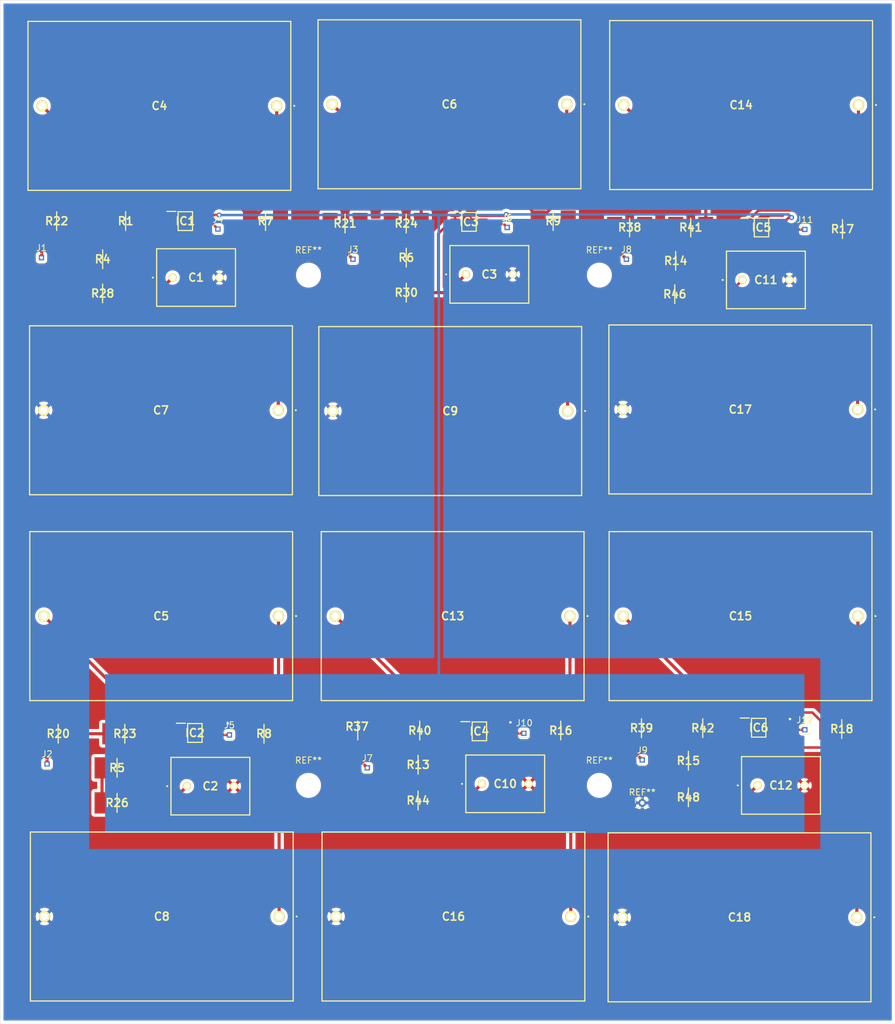
<source format=kicad_pcb>
(kicad_pcb (version 20171130) (host pcbnew "(5.1.10)-1")
  (layers (0 F.Cu signal) (31 B.Cu signal) (34 B.Paste user) (35 F.Paste user) (36 B.SilkS user) (37 F.SilkS user) (38 B.Mask user) (39 F.Mask user) (44 Edge.Cuts user))
  (net 0 "")
  (net 1 GND)
  (net 2 "Net-(C1-Pad1)")
  (net 3 "Net-(C2-Pad1)")
  (net 4 "Net-(C3-Pad1)")
  (net 5 "Net-(C4-Pad2)")
  (net 6 "Net-(C4-Pad1)")
  (net 7 "Net-(C5-Pad2)")
  (net 8 "Net-(C5-Pad1)")
  (net 9 "Net-(C6-Pad2)")
  (net 10 "Net-(C6-Pad1)")
  (net 11 "Net-(C7-Pad1)")
  (net 12 "Net-(C8-Pad1)")
  (net 13 "Net-(C9-Pad1)")
  (net 14 "Net-(C10-Pad1)")
  (net 15 "Net-(C11-Pad1)")
  (net 16 "Net-(C12-Pad1)")
  (net 17 "Net-(C13-Pad2)")
  (net 18 "Net-(C13-Pad1)")
  (net 19 "Net-(C14-Pad2)")
  (net 20 "Net-(C14-Pad1)")
  (net 21 "Net-(C15-Pad2)")
  (net 22 "Net-(C15-Pad1)")
  (net 23 "Net-(C16-Pad1)")
  (net 24 "Net-(C17-Pad1)")
  (net 25 "Net-(C18-Pad1)")
  (net 26 +5V)
  (net 27 "Net-(IC1-Pad6)")
  (net 28 "Net-(IC2-Pad6)")
  (net 29 "Net-(IC3-Pad6)")
  (net 30 "Net-(IC4-Pad6)")
  (net 31 "Net-(IC5-Pad6)")
  (net 32 "Net-(IC6-Pad6)")
  (net 33 "Net-(J1-Pad1)")
  (net 34 "Net-(J2-Pad1)")
  (net 35 "Net-(J3-Pad1)")
  (net 36 "Net-(J7-Pad1)")
  (net 37 "Net-(J8-Pad1)")
  (net 38 "Net-(J9-Pad1)")
  (net 39 "Net-(R1-Pad2)")
  (net 40 "Net-(R28-Pad1)")
  (net 41 "Net-(R26-Pad1)")
  (net 42 "Net-(R30-Pad1)")
  (net 43 "Net-(R13-Pad2)")
  (net 44 "Net-(R14-Pad2)")
  (net 45 "Net-(R15-Pad2)")
  (net 46 "Net-(R20-Pad2)")
  (net 47 "Net-(R21-Pad2)")
  (net 48 "Net-(R37-Pad2)")
  (net 49 "Net-(R38-Pad2)")
  (net 50 "Net-(R39-Pad2)")
  (module Connector_PinHeader_1.27mm:PinHeader_1x01_P1.27mm_Vertical (layer F.Cu) (at 118.872 139.954)
    (fp_text reference REF** (at 0 -1.695) (layer F.SilkS))
    (fp_text value PinHeader_1x01_P1.27mm_Vertical)
    (pad 1 thru_hole rect (at 0 0) (size 1 1) (drill 0.65) (layers *.Cu *.Mask) (net 26 +5V))
  )
  (module MountingHole:MountingHole_3mm (layer F.Cu) (at 65.532 55.626)
    (fp_text reference REF** (at 0 -4) (layer F.SilkS))
    (fp_text value MountingHole_3mm)
    (pad 1 np_thru_hole circle (at 0 0) (size 3 3) (drill 3) (layers *.Cu *.Mask))
  )
  (module MountingHole:MountingHole_3mm (layer F.Cu) (at 112.014 137.16)
    (fp_text reference REF** (at 0 -4) (layer F.SilkS))
    (fp_text value MountingHole_3mm)
    (pad 1 np_thru_hole circle (at 0 0) (size 3 3) (drill 3) (layers *.Cu *.Mask))
  )
  (module MountingHole:MountingHole_3mm (layer F.Cu) (at 65.532 137.16)
    (fp_text reference REF** (at 0 -4) (layer F.SilkS))
    (fp_text value MountingHole_3mm)
    (pad 1 np_thru_hole circle (at 0 0) (size 3 3) (drill 3) (layers *.Cu *.Mask))
  )
  (module MountingHole:MountingHole_3mm (layer F.Cu) (at 112.014 55.626)
    (fp_text reference REF** (at 0 -4) (layer F.SilkS))
    (fp_text value MountingHole_3mm)
    (pad 1 np_thru_hole circle (at 0 0) (size 3 3) (drill 3) (layers *.Cu *.Mask))
  )
  (module 35221K0FT:RESC6432X120N (layer F.Cu) (at 126.238 139.065)
    (fp_text reference R48 (at 0 0) (layer F.SilkS) (effects (font (size 1.27 1.27) (thickness 0.254))))
    (fp_text value "1k ohm" hide)
    (pad 2 smd rect (at 2.4 0) (size 2.4 3.4) (layers F.Cu F.Paste F.Mask) (net 16 "Net-(C12-Pad1)"))
    (pad 1 smd rect (at -2.4 0) (size 2.4 3.4) (layers F.Cu F.Paste F.Mask) (net 45 "Net-(R15-Pad2)"))
  )
  (module 35221K0FT:RESC6432X120N (layer F.Cu) (at 124.066 58.674)
    (fp_text reference R46 (at 0 0) (layer F.SilkS) (effects (font (size 1.27 1.27) (thickness 0.254))))
    (fp_text value "1k ohm" hide)
    (pad 2 smd rect (at 2.4 0) (size 2.4 3.4) (layers F.Cu F.Paste F.Mask) (net 15 "Net-(C11-Pad1)"))
    (pad 1 smd rect (at -2.4 0) (size 2.4 3.4) (layers F.Cu F.Paste F.Mask) (net 44 "Net-(R14-Pad2)"))
  )
  (module 35221K0FT:RESC6432X120N (layer F.Cu) (at 83.045 139.573)
    (fp_text reference R44 (at 0 0) (layer F.SilkS) (effects (font (size 1.27 1.27) (thickness 0.254))))
    (fp_text value "1k ohm" hide)
    (pad 2 smd rect (at 2.4 0) (size 2.4 3.4) (layers F.Cu F.Paste F.Mask) (net 14 "Net-(C10-Pad1)"))
    (pad 1 smd rect (at -2.4 0) (size 2.4 3.4) (layers F.Cu F.Paste F.Mask) (net 43 "Net-(R13-Pad2)"))
  )
  (module 35226K2FT:RESC6432X120N (layer F.Cu) (at 128.537 128.016)
    (fp_text reference R42 (at 0 0) (layer F.SilkS) (effects (font (size 1.27 1.27) (thickness 0.254))))
    (fp_text value "6,2k ohm" hide)
    (pad 2 smd rect (at 2.4 0) (size 2.4 3.4) (layers F.Cu F.Paste F.Mask) (net 21 "Net-(C15-Pad2)"))
    (pad 1 smd rect (at -2.4 0) (size 2.4 3.4) (layers F.Cu F.Paste F.Mask) (net 50 "Net-(R39-Pad2)"))
  )
  (module 35226K2FT:RESC6432X120N (layer F.Cu) (at 126.619 48.006)
    (fp_text reference R41 (at 0 0) (layer F.SilkS) (effects (font (size 1.27 1.27) (thickness 0.254))))
    (fp_text value "6,2k ohm" hide)
    (pad 2 smd rect (at 2.4 0) (size 2.4 3.4) (layers F.Cu F.Paste F.Mask) (net 19 "Net-(C14-Pad2)"))
    (pad 1 smd rect (at -2.4 0) (size 2.4 3.4) (layers F.Cu F.Paste F.Mask) (net 49 "Net-(R38-Pad2)"))
  )
  (module 35226K2FT:RESC6432X120N (layer F.Cu) (at 83.312 128.397)
    (fp_text reference R40 (at 0 0) (layer F.SilkS) (effects (font (size 1.27 1.27) (thickness 0.254))))
    (fp_text value "6,2k ohm" hide)
    (pad 2 smd rect (at 2.4 0) (size 2.4 3.4) (layers F.Cu F.Paste F.Mask) (net 17 "Net-(C13-Pad2)"))
    (pad 1 smd rect (at -2.4 0) (size 2.4 3.4) (layers F.Cu F.Paste F.Mask) (net 48 "Net-(R37-Pad2)"))
  )
  (module 35221K8FT:RESC6432X120N (layer F.Cu) (at 118.745 128.016)
    (fp_text reference R39 (at 0 0) (layer F.SilkS) (effects (font (size 1.27 1.27) (thickness 0.254))))
    (fp_text value "1,8k ohm" hide)
    (pad 2 smd rect (at 2.4 0) (size 2.4 3.4) (layers F.Cu F.Paste F.Mask) (net 50 "Net-(R39-Pad2)"))
    (pad 1 smd rect (at -2.4 0) (size 2.4 3.4) (layers F.Cu F.Paste F.Mask) (net 38 "Net-(J9-Pad1)"))
  )
  (module 35221K8FT:RESC6432X120N (layer F.Cu) (at 116.853 48.006)
    (fp_text reference R38 (at 0 0) (layer F.SilkS) (effects (font (size 1.27 1.27) (thickness 0.254))))
    (fp_text value "1,8k ohm" hide)
    (pad 2 smd rect (at 2.4 0) (size 2.4 3.4) (layers F.Cu F.Paste F.Mask) (net 49 "Net-(R38-Pad2)"))
    (pad 1 smd rect (at -2.4 0) (size 2.4 3.4) (layers F.Cu F.Paste F.Mask) (net 37 "Net-(J8-Pad1)"))
  )
  (module 35221K8FT:RESC6432X120N (layer F.Cu) (at 73.406 128.397)
    (fp_text reference R37 (at -0.127 -0.635) (layer F.SilkS) (effects (font (size 1.27 1.27) (thickness 0.254))))
    (fp_text value "1,8k ohm" hide)
    (pad 2 smd rect (at 2.4 0) (size 2.4 3.4) (layers F.Cu F.Paste F.Mask) (net 48 "Net-(R37-Pad2)"))
    (pad 1 smd rect (at -2.4 0) (size 2.4 3.4) (layers F.Cu F.Paste F.Mask) (net 36 "Net-(J7-Pad1)"))
  )
  (module 35221K0FT:RESC6432X120N (layer F.Cu) (at 81.153 58.42)
    (fp_text reference R30 (at 0 0) (layer F.SilkS) (effects (font (size 1.27 1.27) (thickness 0.254))))
    (fp_text value "1k ohm" hide)
    (pad 2 smd rect (at 2.4 0) (size 2.4 3.4) (layers F.Cu F.Paste F.Mask) (net 4 "Net-(C3-Pad1)"))
    (pad 1 smd rect (at -2.4 0) (size 2.4 3.4) (layers F.Cu F.Paste F.Mask) (net 42 "Net-(R30-Pad1)"))
  )
  (module 35221K0FT:RESC6432X120N (layer F.Cu) (at 32.626 58.547)
    (fp_text reference R28 (at 0 0) (layer F.SilkS) (effects (font (size 1.27 1.27) (thickness 0.254))))
    (fp_text value "1k ohm" hide)
    (pad 2 smd rect (at 2.4 0) (size 2.4 3.4) (layers F.Cu F.Paste F.Mask) (net 2 "Net-(C1-Pad1)"))
    (pad 1 smd rect (at -2.4 0) (size 2.4 3.4) (layers F.Cu F.Paste F.Mask) (net 40 "Net-(R28-Pad1)"))
  )
  (module 35221K0FT:RESC6432X120N (layer F.Cu) (at 34.938 139.954)
    (fp_text reference R26 (at 0 0) (layer F.SilkS) (effects (font (size 1.27 1.27) (thickness 0.254))))
    (fp_text value "1k ohm" hide)
    (pad 2 smd rect (at 2.4 0) (size 2.4 3.4) (layers F.Cu F.Paste F.Mask) (net 3 "Net-(C2-Pad1)"))
    (pad 1 smd rect (at -2.4 0) (size 2.4 3.4) (layers F.Cu F.Paste F.Mask) (net 41 "Net-(R26-Pad1)"))
  )
  (module 35226K2FT:RESC6432X120N (layer F.Cu) (at 81.14 47.371)
    (fp_text reference R24 (at 0 0) (layer F.SilkS) (effects (font (size 1.27 1.27) (thickness 0.254))))
    (fp_text value "6,2k ohm" hide)
    (pad 2 smd rect (at 2.4 0) (size 2.4 3.4) (layers F.Cu F.Paste F.Mask) (net 9 "Net-(C6-Pad2)"))
    (pad 1 smd rect (at -2.4 0) (size 2.4 3.4) (layers F.Cu F.Paste F.Mask) (net 47 "Net-(R21-Pad2)"))
  )
  (module 35226K2FT:RESC6432X120N (layer F.Cu) (at 36.182 128.905)
    (fp_text reference R23 (at 0 0) (layer F.SilkS) (effects (font (size 1.27 1.27) (thickness 0.254))))
    (fp_text value "6,2k ohm" hide)
    (pad 2 smd rect (at 2.4 0) (size 2.4 3.4) (layers F.Cu F.Paste F.Mask) (net 7 "Net-(C5-Pad2)"))
    (pad 1 smd rect (at -2.4 0) (size 2.4 3.4) (layers F.Cu F.Paste F.Mask) (net 46 "Net-(R20-Pad2)"))
  )
  (module 35221K8FT:RESC6432X120N (layer F.Cu) (at 25.286 46.99)
    (fp_text reference R22 (at 0 0) (layer F.SilkS) (effects (font (size 1.27 1.27) (thickness 0.254))))
    (fp_text value "1,8k ohm" hide)
    (pad 2 smd rect (at 2.4 0) (size 2.4 3.4) (layers F.Cu F.Paste F.Mask) (net 39 "Net-(R1-Pad2)"))
    (pad 1 smd rect (at -2.4 0) (size 2.4 3.4) (layers F.Cu F.Paste F.Mask) (net 33 "Net-(J1-Pad1)"))
  )
  (module 35221K8FT:RESC6432X120N (layer F.Cu) (at 71.374 47.371)
    (fp_text reference R21 (at 0 0) (layer F.SilkS) (effects (font (size 1.27 1.27) (thickness 0.254))))
    (fp_text value "1,8k ohm" hide)
    (pad 2 smd rect (at 2.4 0) (size 2.4 3.4) (layers F.Cu F.Paste F.Mask) (net 47 "Net-(R21-Pad2)"))
    (pad 1 smd rect (at -2.4 0) (size 2.4 3.4) (layers F.Cu F.Paste F.Mask) (net 35 "Net-(J3-Pad1)"))
  )
  (module 35221K8FT:RESC6432X120N (layer F.Cu) (at 25.527 128.905)
    (fp_text reference R20 (at 0 0) (layer F.SilkS) (effects (font (size 1.27 1.27) (thickness 0.254))))
    (fp_text value "1,8k ohm" hide)
    (pad 2 smd rect (at 2.4 0) (size 2.4 3.4) (layers F.Cu F.Paste F.Mask) (net 46 "Net-(R20-Pad2)"))
    (pad 1 smd rect (at -2.4 0) (size 2.4 3.4) (layers F.Cu F.Paste F.Mask) (net 34 "Net-(J2-Pad1)"))
  )
  (module 352212KFT:RESC6432X120N (layer F.Cu) (at 150.749 128.143 180)
    (fp_text reference R18 (at 0 0) (layer F.SilkS) (effects (font (size 1.27 1.27) (thickness 0.254))))
    (fp_text value "12k ohm" hide)
    (pad 2 smd rect (at 2.4 0 180) (size 2.4 3.4) (layers F.Cu F.Paste F.Mask) (net 22 "Net-(C15-Pad1)"))
    (pad 1 smd rect (at -2.4 0 180) (size 2.4 3.4) (layers F.Cu F.Paste F.Mask) (net 25 "Net-(C18-Pad1)"))
  )
  (module 352212KFT:RESC6432X120N (layer F.Cu) (at 150.863 48.26 180)
    (fp_text reference R17 (at 0 0) (layer F.SilkS) (effects (font (size 1.27 1.27) (thickness 0.254))))
    (fp_text value "12k ohm" hide)
    (pad 2 smd rect (at 2.4 0 180) (size 2.4 3.4) (layers F.Cu F.Paste F.Mask) (net 20 "Net-(C14-Pad1)"))
    (pad 1 smd rect (at -2.4 0 180) (size 2.4 3.4) (layers F.Cu F.Paste F.Mask) (net 24 "Net-(C17-Pad1)"))
  )
  (module 352212KFT:RESC6432X120N (layer F.Cu) (at 105.8415 128.397 180)
    (fp_text reference R16 (at 0 0) (layer F.SilkS) (effects (font (size 1.27 1.27) (thickness 0.254))))
    (fp_text value "12k ohm" hide)
    (pad 2 smd rect (at 2.4 0 180) (size 2.4 3.4) (layers F.Cu F.Paste F.Mask) (net 18 "Net-(C13-Pad1)"))
    (pad 1 smd rect (at -2.4 0 180) (size 2.4 3.4) (layers F.Cu F.Paste F.Mask) (net 23 "Net-(C16-Pad1)"))
  )
  (module 3522150KFT:RESC6432X120N (layer F.Cu) (at 126.238 133.223 180)
    (fp_text reference R15 (at 0 0) (layer F.SilkS) (effects (font (size 1.27 1.27) (thickness 0.254))))
    (fp_text value "150k ohm" hide)
    (pad 2 smd rect (at 2.4 0 180) (size 2.4 3.4) (layers F.Cu F.Paste F.Mask) (net 45 "Net-(R15-Pad2)"))
    (pad 1 smd rect (at -2.4 0 180) (size 2.4 3.4) (layers F.Cu F.Paste F.Mask) (net 21 "Net-(C15-Pad2)"))
  )
  (module 3522150KFT:RESC6432X120N (layer F.Cu) (at 124.206 53.34 180)
    (fp_text reference R14 (at 0 0) (layer F.SilkS) (effects (font (size 1.27 1.27) (thickness 0.254))))
    (fp_text value "150k ohm" hide)
    (pad 2 smd rect (at 2.4 0 180) (size 2.4 3.4) (layers F.Cu F.Paste F.Mask) (net 44 "Net-(R14-Pad2)"))
    (pad 1 smd rect (at -2.4 0 180) (size 2.4 3.4) (layers F.Cu F.Paste F.Mask) (net 19 "Net-(C14-Pad2)"))
  )
  (module 3522150KFT:RESC6432X120N (layer F.Cu) (at 83.045 133.858 180)
    (fp_text reference R13 (at 0 0) (layer F.SilkS) (effects (font (size 1.27 1.27) (thickness 0.254))))
    (fp_text value "150k ohm" hide)
    (pad 2 smd rect (at 2.4 0 180) (size 2.4 3.4) (layers F.Cu F.Paste F.Mask) (net 43 "Net-(R13-Pad2)"))
    (pad 1 smd rect (at -2.4 0 180) (size 2.4 3.4) (layers F.Cu F.Paste F.Mask) (net 17 "Net-(C13-Pad2)"))
  )
  (module 352212KFT:RESC6432X120N (layer F.Cu) (at 104.635 46.99 180)
    (fp_text reference R9 (at 0 0) (layer F.SilkS) (effects (font (size 1.27 1.27) (thickness 0.254))))
    (fp_text value "12k ohm" hide)
    (pad 2 smd rect (at 2.4 0 180) (size 2.4 3.4) (layers F.Cu F.Paste F.Mask) (net 10 "Net-(C6-Pad1)"))
    (pad 1 smd rect (at -2.4 0 180) (size 2.4 3.4) (layers F.Cu F.Paste F.Mask) (net 13 "Net-(C9-Pad1)"))
  )
  (module 352212KFT:RESC6432X120N (layer F.Cu) (at 58.42 128.905 180)
    (fp_text reference R8 (at 0 0) (layer F.SilkS) (effects (font (size 1.27 1.27) (thickness 0.254))))
    (fp_text value "12k ohm" hide)
    (pad 2 smd rect (at 2.4 0 180) (size 2.4 3.4) (layers F.Cu F.Paste F.Mask) (net 8 "Net-(C5-Pad1)"))
    (pad 1 smd rect (at -2.4 0 180) (size 2.4 3.4) (layers F.Cu F.Paste F.Mask) (net 12 "Net-(C8-Pad1)"))
  )
  (module 352212KFT:RESC6432X120N (layer F.Cu) (at 58.661 46.99 180)
    (fp_text reference R7 (at 0 0) (layer F.SilkS) (effects (font (size 1.27 1.27) (thickness 0.254))))
    (fp_text value "12k ohm" hide)
    (pad 2 smd rect (at 2.4 0 180) (size 2.4 3.4) (layers F.Cu F.Paste F.Mask) (net 6 "Net-(C4-Pad1)"))
    (pad 1 smd rect (at -2.4 0 180) (size 2.4 3.4) (layers F.Cu F.Paste F.Mask) (net 11 "Net-(C7-Pad1)"))
  )
  (module 3522150KFT:RESC6432X120N (layer F.Cu) (at 81.153 52.832 180)
    (fp_text reference R6 (at 0 0) (layer F.SilkS) (effects (font (size 1.27 1.27) (thickness 0.254))))
    (fp_text value "150k ohm" hide)
    (pad 2 smd rect (at 2.4 0 180) (size 2.4 3.4) (layers F.Cu F.Paste F.Mask) (net 42 "Net-(R30-Pad1)"))
    (pad 1 smd rect (at -2.4 0 180) (size 2.4 3.4) (layers F.Cu F.Paste F.Mask) (net 9 "Net-(C6-Pad2)"))
  )
  (module 3522150KFT:RESC6432X120N (layer F.Cu) (at 34.938 134.366 180)
    (fp_text reference R5 (at 0 0) (layer F.SilkS) (effects (font (size 1.27 1.27) (thickness 0.254))))
    (fp_text value "150k ohm" hide)
    (pad 2 smd rect (at 2.4 0 180) (size 2.4 3.4) (layers F.Cu F.Paste F.Mask) (net 41 "Net-(R26-Pad1)"))
    (pad 1 smd rect (at -2.4 0 180) (size 2.4 3.4) (layers F.Cu F.Paste F.Mask) (net 7 "Net-(C5-Pad2)"))
  )
  (module 3522150KFT:RESC6432X120N (layer F.Cu) (at 32.639 53.086 180)
    (fp_text reference R4 (at 0 0) (layer F.SilkS) (effects (font (size 1.27 1.27) (thickness 0.254))))
    (fp_text value "150k ohm" hide)
    (pad 2 smd rect (at 2.4 0 180) (size 2.4 3.4) (layers F.Cu F.Paste F.Mask) (net 40 "Net-(R28-Pad1)"))
    (pad 1 smd rect (at -2.4 0 180) (size 2.4 3.4) (layers F.Cu F.Paste F.Mask) (net 5 "Net-(C4-Pad2)"))
  )
  (module 35226K2FT:RESC6432X120N (layer F.Cu) (at 36.309 46.99 180)
    (fp_text reference R1 (at 0 0) (layer F.SilkS) (effects (font (size 1.27 1.27) (thickness 0.254))))
    (fp_text value "6,2k ohm" hide)
    (pad 2 smd rect (at 2.4 0 180) (size 2.4 3.4) (layers F.Cu F.Paste F.Mask) (net 39 "Net-(R1-Pad2)"))
    (pad 1 smd rect (at -2.4 0 180) (size 2.4 3.4) (layers F.Cu F.Paste F.Mask) (net 5 "Net-(C4-Pad2)"))
  )
  (module AD823AARMZ:SOP65P490X110-8N (layer F.Cu) (at 137.475 127.945)
    (fp_text reference IC6 (at 0 0) (layer F.SilkS) (effects (font (size 1.27 1.27) (thickness 0.254))))
    (fp_text value AD823AARMZ hide)
    (pad 8 smd rect (at 2.225 -0.975 90) (size 0.45 1.45) (layers F.Cu F.Paste F.Mask) (net 26 +5V))
    (pad 7 smd rect (at 2.225 -0.325 90) (size 0.45 1.45) (layers F.Cu F.Paste F.Mask) (net 32 "Net-(IC6-Pad6)"))
    (pad 6 smd rect (at 2.225 0.325 90) (size 0.45 1.45) (layers F.Cu F.Paste F.Mask) (net 32 "Net-(IC6-Pad6)"))
    (pad 5 smd rect (at 2.225 0.975 90) (size 0.45 1.45) (layers F.Cu F.Paste F.Mask) (net 25 "Net-(C18-Pad1)"))
    (pad 4 smd rect (at -2.225 0.975 90) (size 0.45 1.45) (layers F.Cu F.Paste F.Mask) (net 1 GND))
    (pad 3 smd rect (at -2.225 0.325 90) (size 0.45 1.45) (layers F.Cu F.Paste F.Mask) (net 16 "Net-(C12-Pad1)"))
    (pad 2 smd rect (at -2.225 -0.325 90) (size 0.45 1.45) (layers F.Cu F.Paste F.Mask) (net 22 "Net-(C15-Pad1)"))
    (pad 1 smd rect (at -2.225 -0.975 90) (size 0.45 1.45) (layers F.Cu F.Paste F.Mask) (net 22 "Net-(C15-Pad1)"))
  )
  (module AD823AARMZ:SOP65P490X110-8N (layer F.Cu) (at 137.922 48.006)
    (fp_text reference IC5 (at 0 0) (layer F.SilkS) (effects (font (size 1.27 1.27) (thickness 0.254))))
    (fp_text value AD823AARMZ hide)
    (pad 8 smd rect (at 2.225 -0.975 90) (size 0.45 1.45) (layers F.Cu F.Paste F.Mask) (net 26 +5V))
    (pad 7 smd rect (at 2.225 -0.325 90) (size 0.45 1.45) (layers F.Cu F.Paste F.Mask) (net 31 "Net-(IC5-Pad6)"))
    (pad 6 smd rect (at 2.225 0.325 90) (size 0.45 1.45) (layers F.Cu F.Paste F.Mask) (net 31 "Net-(IC5-Pad6)"))
    (pad 5 smd rect (at 2.225 0.975 90) (size 0.45 1.45) (layers F.Cu F.Paste F.Mask) (net 24 "Net-(C17-Pad1)"))
    (pad 4 smd rect (at -2.225 0.975 90) (size 0.45 1.45) (layers F.Cu F.Paste F.Mask) (net 1 GND))
    (pad 3 smd rect (at -2.225 0.325 90) (size 0.45 1.45) (layers F.Cu F.Paste F.Mask) (net 15 "Net-(C11-Pad1)"))
    (pad 2 smd rect (at -2.225 -0.325 90) (size 0.45 1.45) (layers F.Cu F.Paste F.Mask) (net 20 "Net-(C14-Pad1)"))
    (pad 1 smd rect (at -2.225 -0.975 90) (size 0.45 1.45) (layers F.Cu F.Paste F.Mask) (net 20 "Net-(C14-Pad1)"))
  )
  (module AD823AARMZ:SOP65P490X110-8N (layer F.Cu) (at 92.837 128.524)
    (fp_text reference IC4 (at 0 0) (layer F.SilkS) (effects (font (size 1.27 1.27) (thickness 0.254))))
    (fp_text value AD823AARMZ hide)
    (pad 8 smd rect (at 2.225 -0.975 90) (size 0.45 1.45) (layers F.Cu F.Paste F.Mask) (net 26 +5V))
    (pad 7 smd rect (at 2.225 -0.325 90) (size 0.45 1.45) (layers F.Cu F.Paste F.Mask) (net 30 "Net-(IC4-Pad6)"))
    (pad 6 smd rect (at 2.225 0.325 90) (size 0.45 1.45) (layers F.Cu F.Paste F.Mask) (net 30 "Net-(IC4-Pad6)"))
    (pad 5 smd rect (at 2.225 0.975 90) (size 0.45 1.45) (layers F.Cu F.Paste F.Mask) (net 23 "Net-(C16-Pad1)"))
    (pad 4 smd rect (at -2.225 0.975 90) (size 0.45 1.45) (layers F.Cu F.Paste F.Mask) (net 1 GND))
    (pad 3 smd rect (at -2.225 0.325 90) (size 0.45 1.45) (layers F.Cu F.Paste F.Mask) (net 14 "Net-(C10-Pad1)"))
    (pad 2 smd rect (at -2.225 -0.325 90) (size 0.45 1.45) (layers F.Cu F.Paste F.Mask) (net 18 "Net-(C13-Pad1)"))
    (pad 1 smd rect (at -2.225 -0.975 90) (size 0.45 1.45) (layers F.Cu F.Paste F.Mask) (net 18 "Net-(C13-Pad1)"))
  )
  (module AD823AARMZ:SOP65P490X110-8N (layer F.Cu) (at 91.186 47.117)
    (fp_text reference IC3 (at 0 0) (layer F.SilkS) (effects (font (size 1.27 1.27) (thickness 0.254))))
    (fp_text value AD823AARMZ hide)
    (pad 8 smd rect (at 2.225 -0.975 90) (size 0.45 1.45) (layers F.Cu F.Paste F.Mask) (net 26 +5V))
    (pad 7 smd rect (at 2.225 -0.325 90) (size 0.45 1.45) (layers F.Cu F.Paste F.Mask) (net 29 "Net-(IC3-Pad6)"))
    (pad 6 smd rect (at 2.225 0.325 90) (size 0.45 1.45) (layers F.Cu F.Paste F.Mask) (net 29 "Net-(IC3-Pad6)"))
    (pad 5 smd rect (at 2.225 0.975 90) (size 0.45 1.45) (layers F.Cu F.Paste F.Mask) (net 13 "Net-(C9-Pad1)"))
    (pad 4 smd rect (at -2.225 0.975 90) (size 0.45 1.45) (layers F.Cu F.Paste F.Mask) (net 1 GND))
    (pad 3 smd rect (at -2.225 0.325 90) (size 0.45 1.45) (layers F.Cu F.Paste F.Mask) (net 4 "Net-(C3-Pad1)"))
    (pad 2 smd rect (at -2.225 -0.325 90) (size 0.45 1.45) (layers F.Cu F.Paste F.Mask) (net 10 "Net-(C6-Pad1)"))
    (pad 1 smd rect (at -2.225 -0.975 90) (size 0.45 1.45) (layers F.Cu F.Paste F.Mask) (net 10 "Net-(C6-Pad1)"))
  )
  (module AD823AARMZ:SOP65P490X110-8N (layer F.Cu) (at 47.371 128.778)
    (fp_text reference IC2 (at 0 0) (layer F.SilkS) (effects (font (size 1.27 1.27) (thickness 0.254))))
    (fp_text value AD823AARMZ hide)
    (pad 8 smd rect (at 2.225 -0.975 90) (size 0.45 1.45) (layers F.Cu F.Paste F.Mask) (net 26 +5V))
    (pad 7 smd rect (at 2.225 -0.325 90) (size 0.45 1.45) (layers F.Cu F.Paste F.Mask) (net 28 "Net-(IC2-Pad6)"))
    (pad 6 smd rect (at 2.225 0.325 90) (size 0.45 1.45) (layers F.Cu F.Paste F.Mask) (net 28 "Net-(IC2-Pad6)"))
    (pad 5 smd rect (at 2.225 0.975 90) (size 0.45 1.45) (layers F.Cu F.Paste F.Mask) (net 12 "Net-(C8-Pad1)"))
    (pad 4 smd rect (at -2.225 0.975 90) (size 0.45 1.45) (layers F.Cu F.Paste F.Mask) (net 1 GND))
    (pad 3 smd rect (at -2.225 0.325 90) (size 0.45 1.45) (layers F.Cu F.Paste F.Mask) (net 3 "Net-(C2-Pad1)"))
    (pad 2 smd rect (at -2.225 -0.325 90) (size 0.45 1.45) (layers F.Cu F.Paste F.Mask) (net 8 "Net-(C5-Pad1)"))
    (pad 1 smd rect (at -2.225 -0.975 90) (size 0.45 1.45) (layers F.Cu F.Paste F.Mask) (net 8 "Net-(C5-Pad1)"))
  )
  (module AD823AARMZ:SOP65P490X110-8N (layer F.Cu) (at 45.847 46.99)
    (fp_text reference IC1 (at 0 0) (layer F.SilkS) (effects (font (size 1.27 1.27) (thickness 0.254))))
    (fp_text value AD823AARMZ hide)
    (pad 8 smd rect (at 2.225 -0.975 90) (size 0.45 1.45) (layers F.Cu F.Paste F.Mask) (net 26 +5V))
    (pad 7 smd rect (at 2.225 -0.325 90) (size 0.45 1.45) (layers F.Cu F.Paste F.Mask) (net 27 "Net-(IC1-Pad6)"))
    (pad 6 smd rect (at 2.225 0.325 90) (size 0.45 1.45) (layers F.Cu F.Paste F.Mask) (net 27 "Net-(IC1-Pad6)"))
    (pad 5 smd rect (at 2.225 0.975 90) (size 0.45 1.45) (layers F.Cu F.Paste F.Mask) (net 11 "Net-(C7-Pad1)"))
    (pad 4 smd rect (at -2.225 0.975 90) (size 0.45 1.45) (layers F.Cu F.Paste F.Mask) (net 1 GND))
    (pad 3 smd rect (at -2.225 0.325 90) (size 0.45 1.45) (layers F.Cu F.Paste F.Mask) (net 2 "Net-(C1-Pad1)"))
    (pad 2 smd rect (at -2.225 -0.325 90) (size 0.45 1.45) (layers F.Cu F.Paste F.Mask) (net 6 "Net-(C4-Pad1)"))
    (pad 1 smd rect (at -2.225 -0.975 90) (size 0.45 1.45) (layers F.Cu F.Paste F.Mask) (net 6 "Net-(C4-Pad1)"))
  )
  (module ECWFD2W105JB:ECWFD2W105JB (layer F.Cu) (at 137.287 137.16)
    (fp_text reference C12 (at 3.75 0) (layer F.SilkS) (effects (font (size 1.27 1.27) (thickness 0.254))))
    (fp_text value "1 uF" hide)
    (pad 2 thru_hole circle (at 7.5 0 90) (size 1.3 1.3) (drill 0.8) (layers *.Cu *.Mask F.SilkS) (net 1 GND))
    (pad 1 thru_hole circle (at 0 0 90) (size 1.3 1.3) (drill 0.8) (layers *.Cu *.Mask F.SilkS) (net 16 "Net-(C12-Pad1)"))
  )
  (module ECWFD2W105JB:ECWFD2W105JB (layer F.Cu) (at 134.874 56.388)
    (fp_text reference C11 (at 3.75 0) (layer F.SilkS) (effects (font (size 1.27 1.27) (thickness 0.254))))
    (fp_text value "1 uF" hide)
    (pad 2 thru_hole circle (at 7.5 0 90) (size 1.3 1.3) (drill 0.8) (layers *.Cu *.Mask F.SilkS) (net 1 GND))
    (pad 1 thru_hole circle (at 0 0 90) (size 1.3 1.3) (drill 0.8) (layers *.Cu *.Mask F.SilkS) (net 15 "Net-(C11-Pad1)"))
  )
  (module ECWFD2W105JB:ECWFD2W105JB (layer F.Cu) (at 93.218 136.906)
    (fp_text reference C10 (at 3.75 0) (layer F.SilkS) (effects (font (size 1.27 1.27) (thickness 0.254))))
    (fp_text value "1 uF" hide)
    (pad 2 thru_hole circle (at 7.5 0 90) (size 1.3 1.3) (drill 0.8) (layers *.Cu *.Mask F.SilkS) (net 1 GND))
    (pad 1 thru_hole circle (at 0 0 90) (size 1.3 1.3) (drill 0.8) (layers *.Cu *.Mask F.SilkS) (net 14 "Net-(C10-Pad1)"))
  )
  (module ECWFD2W105JB:ECWFD2W105JB (layer F.Cu) (at 90.678 55.499)
    (fp_text reference C3 (at 3.75 0) (layer F.SilkS) (effects (font (size 1.27 1.27) (thickness 0.254))))
    (fp_text value "1 uF" hide)
    (pad 2 thru_hole circle (at 7.5 0 90) (size 1.3 1.3) (drill 0.8) (layers *.Cu *.Mask F.SilkS) (net 1 GND))
    (pad 1 thru_hole circle (at 0 0 90) (size 1.3 1.3) (drill 0.8) (layers *.Cu *.Mask F.SilkS) (net 4 "Net-(C3-Pad1)"))
  )
  (module ECWFD2W105JB:ECWFD2W105JB (layer F.Cu) (at 46.101 137.287)
    (fp_text reference C2 (at 3.75 0) (layer F.SilkS) (effects (font (size 1.27 1.27) (thickness 0.254))))
    (fp_text value "1 uF" hide)
    (pad 2 thru_hole circle (at 7.5 0 90) (size 1.3 1.3) (drill 0.8) (layers *.Cu *.Mask F.SilkS) (net 1 GND))
    (pad 1 thru_hole circle (at 0 0 90) (size 1.3 1.3) (drill 0.8) (layers *.Cu *.Mask F.SilkS) (net 3 "Net-(C2-Pad1)"))
  )
  (module ECWFD2W105JB:ECWFD2W105JB (layer F.Cu) (at 43.815 56.007)
    (fp_text reference C1 (at 3.75 0) (layer F.SilkS) (effects (font (size 1.27 1.27) (thickness 0.254))))
    (fp_text value "1 uF" hide)
    (pad 2 thru_hole circle (at 7.5 0 90) (size 1.3 1.3) (drill 0.8) (layers *.Cu *.Mask F.SilkS) (net 1 GND))
    (pad 1 thru_hole circle (at 0 0 90) (size 1.3 1.3) (drill 0.8) (layers *.Cu *.Mask F.SilkS) (net 2 "Net-(C1-Pad1)"))
  )
  (module Connector_PinHeader_1.00mm:PinHeader_1x01_P1.00mm_Vertical (layer F.Cu) (at 144.8435 128.27)
    (fp_text reference J12 (at 0 -1.56) (layer F.SilkS))
    (fp_text value "PIN OUT")
    (pad 1 thru_hole rect (at 0 0) (size 0.85 0.85) (drill 0.5) (layers *.Cu *.Mask) (net 32 "Net-(IC6-Pad6)"))
  )
  (module Connector_PinHeader_1.00mm:PinHeader_1x01_P1.00mm_Vertical (layer F.Cu) (at 144.8435 48.3235)
    (fp_text reference J11 (at 0 -1.56) (layer F.SilkS))
    (fp_text value "PIN OUT")
    (pad 1 thru_hole rect (at 0 0) (size 0.85 0.85) (drill 0.5) (layers *.Cu *.Mask) (net 31 "Net-(IC5-Pad6)"))
  )
  (module Connector_PinHeader_1.00mm:PinHeader_1x01_P1.00mm_Vertical (layer F.Cu) (at 99.949 128.8415)
    (fp_text reference J10 (at 0.0635 -1.651) (layer F.SilkS))
    (fp_text value "PIN OUT")
    (pad 1 thru_hole rect (at 0 0) (size 0.85 0.85) (drill 0.5) (layers *.Cu *.Mask) (net 30 "Net-(IC4-Pad6)"))
  )
  (module Connector_PinHeader_1.00mm:PinHeader_1x01_P1.00mm_Vertical (layer F.Cu) (at 118.872 133.096)
    (fp_text reference J9 (at 0 -1.56) (layer F.SilkS))
    (fp_text value "PIN IN")
    (pad 1 thru_hole rect (at 0 0) (size 0.85 0.85) (drill 0.5) (layers *.Cu *.Mask) (net 38 "Net-(J9-Pad1)"))
  )
  (module Connector_PinHeader_1.00mm:PinHeader_1x01_P1.00mm_Vertical (layer F.Cu) (at 116.332 53.086)
    (fp_text reference J8 (at 0 -1.56) (layer F.SilkS))
    (fp_text value "PIN IN")
    (pad 1 thru_hole rect (at 0 0) (size 0.85 0.85) (drill 0.5) (layers *.Cu *.Mask) (net 37 "Net-(J8-Pad1)"))
  )
  (module Connector_PinHeader_1.00mm:PinHeader_1x01_P1.00mm_Vertical (layer F.Cu) (at 74.93 134.366)
    (fp_text reference J7 (at 0 -1.56) (layer F.SilkS))
    (fp_text value "PIN IN")
    (pad 1 thru_hole rect (at 0 0) (size 0.85 0.85) (drill 0.5) (layers *.Cu *.Mask) (net 36 "Net-(J7-Pad1)"))
  )
  (module Connector_PinHeader_1.00mm:PinHeader_1x01_P1.00mm_Vertical (layer F.Cu) (at 97.282 48.006)
    (fp_text reference J6 (at 0 -1.56) (layer F.SilkS))
    (fp_text value "PIN OUT")
    (pad 1 thru_hole rect (at 0 0) (size 0.85 0.85) (drill 0.5) (layers *.Cu *.Mask) (net 29 "Net-(IC3-Pad6)"))
  )
  (module Connector_PinHeader_1.00mm:PinHeader_1x01_P1.00mm_Vertical (layer F.Cu) (at 52.8955 129.0955)
    (fp_text reference J5 (at 0 -1.56) (layer F.SilkS))
    (fp_text value "PIN OUT")
    (pad 1 thru_hole rect (at 0 0) (size 0.85 0.85) (drill 0.5) (layers *.Cu *.Mask) (net 28 "Net-(IC2-Pad6)"))
  )
  (module Connector_PinHeader_1.00mm:PinHeader_1x01_P1.00mm_Vertical (layer F.Cu) (at 51.054 48.26)
    (fp_text reference J4 (at 0 -1.56) (layer F.SilkS))
    (fp_text value "PIN OUT")
    (pad 1 thru_hole rect (at 0 0) (size 0.85 0.85) (drill 0.5) (layers *.Cu *.Mask) (net 27 "Net-(IC1-Pad6)"))
  )
  (module Connector_PinHeader_1.00mm:PinHeader_1x01_P1.00mm_Vertical (layer F.Cu) (at 72.644 53.086)
    (fp_text reference J3 (at 0 -1.56) (layer F.SilkS))
    (fp_text value "PIN IN")
    (pad 1 thru_hole rect (at 0 0) (size 0.85 0.85) (drill 0.5) (layers *.Cu *.Mask) (net 35 "Net-(J3-Pad1)"))
  )
  (module Connector_PinHeader_1.00mm:PinHeader_1x01_P1.00mm_Vertical (layer F.Cu) (at 23.749 133.731)
    (fp_text reference J2 (at 0 -1.56) (layer F.SilkS))
    (fp_text value "PIN IN")
    (pad 1 thru_hole rect (at 0 0) (size 0.85 0.85) (drill 0.5) (layers *.Cu *.Mask) (net 34 "Net-(J2-Pad1)"))
  )
  (module Connector_PinHeader_1.00mm:PinHeader_1x01_P1.00mm_Vertical (layer F.Cu) (at 22.86 52.832)
    (fp_text reference J1 (at 0 -1.56) (layer F.SilkS))
    (fp_text value "PIN IN")
    (pad 1 thru_hole rect (at 0 0) (size 0.85 0.85) (drill 0.5) (layers *.Cu *.Mask) (net 33 "Net-(J1-Pad1)"))
  )
  (module MKP1848S61070JP2C:MKP1848S61070JP2C (layer F.Cu) (at 60.452 28.575 180)
    (fp_text reference C4 (at 18.75 0) (layer F.SilkS) (effects (font (size 1.27 1.27) (thickness 0.254))))
    (fp_text value "10 uF" hide)
    (pad 2 thru_hole circle (at 37.5 0 270) (size 1.8 1.8) (drill 1.2) (layers *.Cu *.Mask F.SilkS) (net 5 "Net-(C4-Pad2)"))
    (pad 1 thru_hole circle (at 0 0 270) (size 1.8 1.8) (drill 1.2) (layers *.Cu *.Mask F.SilkS) (net 6 "Net-(C4-Pad1)"))
  )
  (module MKP1848S61070JP2C:MKP1848S61070JP2C (layer F.Cu) (at 60.741 110.109 180)
    (fp_text reference C5 (at 18.75 0) (layer F.SilkS) (effects (font (size 1.27 1.27) (thickness 0.254))))
    (fp_text value "10 uF" hide)
    (pad 2 thru_hole circle (at 37.5 0 270) (size 1.8 1.8) (drill 1.2) (layers *.Cu *.Mask F.SilkS) (net 7 "Net-(C5-Pad2)"))
    (pad 1 thru_hole circle (at 0 0 270) (size 1.8 1.8) (drill 1.2) (layers *.Cu *.Mask F.SilkS) (net 8 "Net-(C5-Pad1)"))
  )
  (module MKP1848S61070JP2C:MKP1848S61070JP2C (layer F.Cu) (at 106.807 28.321 180)
    (fp_text reference C6 (at 18.75 0) (layer F.SilkS) (effects (font (size 1.27 1.27) (thickness 0.254))))
    (fp_text value "10 uF" hide)
    (pad 1 thru_hole circle (at 0 0 270) (size 1.8 1.8) (drill 1.2) (layers *.Cu *.Mask F.SilkS) (net 10 "Net-(C6-Pad1)"))
    (pad 2 thru_hole circle (at 37.5 0 270) (size 1.8 1.8) (drill 1.2) (layers *.Cu *.Mask F.SilkS) (net 9 "Net-(C6-Pad2)"))
  )
  (module MKP1848S61070JP2C:MKP1848S61070JP2C (layer F.Cu) (at 60.706 77.216 180)
    (fp_text reference C7 (at 18.75 0) (layer F.SilkS) (effects (font (size 1.27 1.27) (thickness 0.254))))
    (fp_text value "10 uF" hide)
    (pad 1 thru_hole circle (at 0 0 270) (size 1.8 1.8) (drill 1.2) (layers *.Cu *.Mask F.SilkS) (net 11 "Net-(C7-Pad1)"))
    (pad 2 thru_hole circle (at 37.5 0 270) (size 1.8 1.8) (drill 1.2) (layers *.Cu *.Mask F.SilkS) (net 1 GND))
  )
  (module MKP1848S61070JP2C:MKP1848S61070JP2C (layer F.Cu) (at 60.833 158.115 180)
    (fp_text reference C8 (at 18.75 0) (layer F.SilkS) (effects (font (size 1.27 1.27) (thickness 0.254))))
    (fp_text value "10 uF" hide)
    (pad 1 thru_hole circle (at 0 0 270) (size 1.8 1.8) (drill 1.2) (layers *.Cu *.Mask F.SilkS) (net 12 "Net-(C8-Pad1)"))
    (pad 2 thru_hole circle (at 37.5 0 270) (size 1.8 1.8) (drill 1.2) (layers *.Cu *.Mask F.SilkS) (net 1 GND))
  )
  (module MKP1848S61070JP2C:MKP1848S61070JP2C (layer F.Cu) (at 106.934 77.343 180)
    (fp_text reference C9 (at 18.75 0) (layer F.SilkS) (effects (font (size 1.27 1.27) (thickness 0.254))))
    (fp_text value "10 uF" hide)
    (pad 2 thru_hole circle (at 37.5 0 270) (size 1.8 1.8) (drill 1.2) (layers *.Cu *.Mask F.SilkS) (net 1 GND))
    (pad 1 thru_hole circle (at 0 0 270) (size 1.8 1.8) (drill 1.2) (layers *.Cu *.Mask F.SilkS) (net 13 "Net-(C9-Pad1)"))
  )
  (module MKP1848S61070JP2C:MKP1848S61070JP2C (layer F.Cu) (at 107.315 110.109 180)
    (fp_text reference C13 (at 18.75 0) (layer F.SilkS) (effects (font (size 1.27 1.27) (thickness 0.254))))
    (fp_text value "10 uF" hide)
    (pad 2 thru_hole circle (at 37.5 0 270) (size 1.8 1.8) (drill 1.2) (layers *.Cu *.Mask F.SilkS) (net 17 "Net-(C13-Pad2)"))
    (pad 1 thru_hole circle (at 0 0 270) (size 1.8 1.8) (drill 1.2) (layers *.Cu *.Mask F.SilkS) (net 18 "Net-(C13-Pad1)"))
  )
  (module MKP1848S61070JP2C:MKP1848S61070JP2C (layer F.Cu) (at 153.416 28.448 180)
    (fp_text reference C14 (at 18.75 0) (layer F.SilkS) (effects (font (size 1.27 1.27) (thickness 0.254))))
    (fp_text value "10 uF" hide)
    (pad 2 thru_hole circle (at 37.5 0 270) (size 1.8 1.8) (drill 1.2) (layers *.Cu *.Mask F.SilkS) (net 19 "Net-(C14-Pad2)"))
    (pad 1 thru_hole circle (at 0 0 270) (size 1.8 1.8) (drill 1.2) (layers *.Cu *.Mask F.SilkS) (net 20 "Net-(C14-Pad1)"))
  )
  (module MKP1848S61070JP2C:MKP1848S61070JP2C (layer F.Cu) (at 153.324 110.109 180)
    (fp_text reference C15 (at 18.75 0) (layer F.SilkS) (effects (font (size 1.27 1.27) (thickness 0.254))))
    (fp_text value "10 uF" hide)
    (pad 1 thru_hole circle (at 0 0 270) (size 1.8 1.8) (drill 1.2) (layers *.Cu *.Mask F.SilkS) (net 22 "Net-(C15-Pad1)"))
    (pad 2 thru_hole circle (at 37.5 0 270) (size 1.8 1.8) (drill 1.2) (layers *.Cu *.Mask F.SilkS) (net 21 "Net-(C15-Pad2)"))
  )
  (module MKP1848S61070JP2C:MKP1848S61070JP2C (layer F.Cu) (at 107.442 158.115 180)
    (fp_text reference C16 (at 18.75 0) (layer F.SilkS) (effects (font (size 1.27 1.27) (thickness 0.254))))
    (fp_text value "10 uF" hide)
    (pad 1 thru_hole circle (at 0 0 270) (size 1.8 1.8) (drill 1.2) (layers *.Cu *.Mask F.SilkS) (net 23 "Net-(C16-Pad1)"))
    (pad 2 thru_hole circle (at 37.5 0 270) (size 1.8 1.8) (drill 1.2) (layers *.Cu *.Mask F.SilkS) (net 1 GND))
  )
  (module MKP1848S61070JP2C:MKP1848S61070JP2C (layer F.Cu) (at 153.289 77.089 180)
    (fp_text reference C17 (at 18.75 0) (layer F.SilkS) (effects (font (size 1.27 1.27) (thickness 0.254))))
    (fp_text value "10 uF" hide)
    (pad 2 thru_hole circle (at 37.5 0 270) (size 1.8 1.8) (drill 1.2) (layers *.Cu *.Mask F.SilkS) (net 1 GND))
    (pad 1 thru_hole circle (at 0 0 270) (size 1.8 1.8) (drill 1.2) (layers *.Cu *.Mask F.SilkS) (net 24 "Net-(C17-Pad1)"))
  )
  (module MKP1848S61070JP2C:MKP1848S61070JP2C (layer F.Cu) (at 153.162 158.242 180)
    (fp_text reference C18 (at 18.75 0) (layer F.SilkS) (effects (font (size 1.27 1.27) (thickness 0.254))))
    (fp_text value "10 uF" hide)
    (pad 1 thru_hole circle (at 0 0 270) (size 1.8 1.8) (drill 1.2) (layers *.Cu *.Mask F.SilkS) (net 25 "Net-(C18-Pad1)"))
    (pad 2 thru_hole circle (at 37.5 0 270) (size 1.8 1.8) (drill 1.2) (layers *.Cu *.Mask F.SilkS) (net 1 GND))
  )
  (gr_line (start 16.256 175.26) (end 16.51 175.26) (layer Edge.Cuts) (width 0.05))
  (gr_line (start 16.256 11.684) (end 16.256 175.26) (layer Edge.Cuts) (width 0.05))
  (gr_line (start 159.258 175.26) (end 16.51 175.26) (layer Edge.Cuts) (width 0.05))
  (gr_line (start 159.258 11.684) (end 159.258 175.26) (layer Edge.Cuts) (width 0.05))
  (gr_line (start 16.256 11.684) (end 159.258 11.684) (layer Edge.Cuts) (width 0.05))
  (segment (start 135.697 49.711) (end 142.374 56.388) (width 0.4) (layer F.Cu) (net 1))
  (segment (start 135.697 48.981) (end 135.697 49.711) (width 0.4) (layer F.Cu) (net 1))
  (segment (start 43.622 48.314) (end 51.315 56.007) (width 0.4) (layer F.Cu) (net 1))
  (segment (start 43.622 47.965) (end 43.622 48.314) (width 0.4) (layer F.Cu) (net 1))
  (segment (start 90.771 48.092) (end 98.178 55.499) (width 0.4) (layer F.Cu) (net 1))
  (segment (start 88.961 48.092) (end 90.771 48.092) (width 0.4) (layer F.Cu) (net 1))
  (segment (start 46.067 129.753) (end 53.601 137.287) (width 0.4) (layer F.Cu) (net 1))
  (segment (start 45.146 129.753) (end 46.067 129.753) (width 0.4) (layer F.Cu) (net 1))
  (segment (start 93.311 129.499) (end 100.718 136.906) (width 0.4) (layer F.Cu) (net 1))
  (segment (start 90.612 129.499) (end 93.311 129.499) (width 0.4) (layer F.Cu) (net 1))
  (segment (start 136.547 128.92) (end 144.787 137.16) (width 0.4) (layer F.Cu) (net 1))
  (segment (start 135.25 128.92) (end 136.547 128.92) (width 0.4) (layer F.Cu) (net 1))
  (segment (start 41.275 58.547) (end 43.815 56.007) (width 0.5) (layer F.Cu) (net 2))
  (segment (start 43.51262 47.315) (end 43.487621 47.339999) (width 0.4) (layer F.Cu) (net 2))
  (segment (start 43.487621 47.339999) (end 41.394901 47.339999) (width 0.4) (layer F.Cu) (net 2))
  (segment (start 43.622 47.315) (end 43.51262 47.315) (width 0.4) (layer F.Cu) (net 2))
  (segment (start 40.95242 47.78248) (end 40.95242 58.547) (width 0.4) (layer F.Cu) (net 2))
  (segment (start 40.95242 58.547) (end 41.275 58.547) (width 0.5) (layer F.Cu) (net 2))
  (segment (start 41.394901 47.339999) (end 40.95242 47.78248) (width 0.4) (layer F.Cu) (net 2))
  (segment (start 35.026 58.547) (end 40.95242 58.547) (width 0.5) (layer F.Cu) (net 2))
  (segment (start 43.434 139.954) (end 46.101 137.287) (width 0.5) (layer F.Cu) (net 3))
  (segment (start 45.146 129.103) (end 42.29366 129.103) (width 0.4) (layer F.Cu) (net 3))
  (segment (start 41.83888 129.55778) (end 41.83888 139.954) (width 0.4) (layer F.Cu) (net 3))
  (segment (start 42.29366 129.103) (end 41.83888 129.55778) (width 0.4) (layer F.Cu) (net 3))
  (segment (start 41.83888 139.954) (end 43.434 139.954) (width 0.5) (layer F.Cu) (net 3))
  (segment (start 37.338 139.954) (end 41.83888 139.954) (width 0.5) (layer F.Cu) (net 3))
  (segment (start 87.757 58.42) (end 90.678 55.499) (width 0.5) (layer F.Cu) (net 4))
  (segment (start 86.26348 49.01452) (end 86.26348 58.42) (width 0.4) (layer F.Cu) (net 4))
  (segment (start 87.836 47.442) (end 86.26348 49.01452) (width 0.4) (layer F.Cu) (net 4))
  (segment (start 88.961 47.442) (end 87.836 47.442) (width 0.4) (layer F.Cu) (net 4))
  (segment (start 86.26348 58.42) (end 87.757 58.42) (width 0.5) (layer F.Cu) (net 4))
  (segment (start 83.553 58.42) (end 86.26348 58.42) (width 0.5) (layer F.Cu) (net 4))
  (segment (start 38.709 49.416) (end 35.039 53.086) (width 0.5) (layer F.Cu) (net 5))
  (segment (start 38.709 46.99) (end 38.709 49.416) (width 0.5) (layer F.Cu) (net 5))
  (segment (start 38.709 44.332) (end 22.952 28.575) (width 0.5) (layer F.Cu) (net 5))
  (segment (start 38.709 46.99) (end 38.709 44.332) (width 0.5) (layer F.Cu) (net 5))
  (segment (start 60.452 42.799) (end 56.261 46.99) (width 0.5) (layer F.Cu) (net 6))
  (segment (start 60.452 28.575) (end 60.452 42.799) (width 0.5) (layer F.Cu) (net 6))
  (segment (start 56.261 46.99) (end 56.261 46.50486) (width 0.4) (layer F.Cu) (net 6))
  (segment (start 56.261 46.50486) (end 54.37886 44.62272) (width 0.4) (layer F.Cu) (net 6))
  (segment (start 45.01428 44.62272) (end 43.622 46.015) (width 0.4) (layer F.Cu) (net 6))
  (segment (start 54.37886 44.62272) (end 45.01428 44.62272) (width 0.4) (layer F.Cu) (net 6))
  (segment (start 43.622 46.015) (end 43.622 46.665) (width 0.4) (layer F.Cu) (net 6))
  (segment (start 38.582 125.45) (end 23.241 110.109) (width 0.5) (layer F.Cu) (net 7))
  (segment (start 38.582 128.905) (end 38.582 125.45) (width 0.5) (layer F.Cu) (net 7))
  (segment (start 38.582 133.122) (end 37.338 134.366) (width 0.5) (layer F.Cu) (net 7))
  (segment (start 38.582 128.905) (end 38.582 133.122) (width 0.5) (layer F.Cu) (net 7))
  (segment (start 60.741 124.184) (end 56.02 128.905) (width 0.5) (layer F.Cu) (net 8))
  (segment (start 60.741 110.109) (end 60.741 124.184) (width 0.5) (layer F.Cu) (net 8))
  (segment (start 45.146 127.803) (end 45.146 128.453) (width 0.4) (layer F.Cu) (net 8))
  (segment (start 56.02 128.905) (end 56.02 128.1306) (width 0.4) (layer F.Cu) (net 8))
  (segment (start 56.02 128.1306) (end 54.24424 126.35484) (width 0.4) (layer F.Cu) (net 8))
  (segment (start 46.59416 126.35484) (end 45.146 127.803) (width 0.4) (layer F.Cu) (net 8))
  (segment (start 54.24424 126.35484) (end 46.59416 126.35484) (width 0.4) (layer F.Cu) (net 8))
  (segment (start 83.54 42.554) (end 69.307 28.321) (width 0.5) (layer F.Cu) (net 9))
  (segment (start 83.54 47.371) (end 83.54 42.554) (width 0.5) (layer F.Cu) (net 9))
  (segment (start 83.54 52.819) (end 83.553 52.832) (width 0.5) (layer F.Cu) (net 9))
  (segment (start 83.54 47.371) (end 83.54 52.819) (width 0.5) (layer F.Cu) (net 9))
  (segment (start 106.807 42.418) (end 102.235 46.99) (width 0.5) (layer F.Cu) (net 10))
  (segment (start 106.807 28.321) (end 106.807 42.418) (width 0.5) (layer F.Cu) (net 10))
  (segment (start 102.235 46.99) (end 102.235 46.34484) (width 0.4) (layer F.Cu) (net 10))
  (segment (start 102.235 46.34484) (end 100.49256 44.6024) (width 0.4) (layer F.Cu) (net 10))
  (segment (start 90.5006 44.6024) (end 88.961 46.142) (width 0.4) (layer F.Cu) (net 10))
  (segment (start 100.49256 44.6024) (end 90.5006 44.6024) (width 0.4) (layer F.Cu) (net 10))
  (segment (start 88.961 46.792) (end 88.961 46.142) (width 0.4) (layer F.Cu) (net 10))
  (segment (start 60.706 47.345) (end 61.061 46.99) (width 0.5) (layer F.Cu) (net 11))
  (segment (start 48.072 47.965) (end 48.072 48.88734) (width 0.4) (layer F.Cu) (net 11))
  (segment (start 49.46904 50.28438) (end 60.706 50.28438) (width 0.4) (layer F.Cu) (net 11))
  (segment (start 48.072 48.88734) (end 49.46904 50.28438) (width 0.4) (layer F.Cu) (net 11))
  (segment (start 60.706 50.28438) (end 60.706 47.345) (width 0.5) (layer F.Cu) (net 11))
  (segment (start 60.706 77.216) (end 60.706 50.28438) (width 0.5) (layer F.Cu) (net 11))
  (segment (start 60.833 128.918) (end 60.82 128.905) (width 0.5) (layer F.Cu) (net 12))
  (segment (start 49.596 129.753) (end 49.596 130.91664) (width 0.4) (layer F.Cu) (net 12))
  (segment (start 49.596 130.91664) (end 50.30216 131.6228) (width 0.4) (layer F.Cu) (net 12))
  (segment (start 50.30216 131.6228) (end 60.833 131.6228) (width 0.4) (layer F.Cu) (net 12))
  (segment (start 60.833 131.6228) (end 60.833 128.918) (width 0.5) (layer F.Cu) (net 12))
  (segment (start 60.833 158.115) (end 60.833 131.6228) (width 0.5) (layer F.Cu) (net 12))
  (segment (start 106.934 47.091) (end 107.035 46.99) (width 0.5) (layer F.Cu) (net 13))
  (segment (start 93.411 48.092) (end 93.411 48.1863) (width 0.4) (layer F.Cu) (net 13))
  (segment (start 95.18142 49.95672) (end 106.934 49.95672) (width 0.4) (layer F.Cu) (net 13))
  (segment (start 93.411 48.1863) (end 95.18142 49.95672) (width 0.4) (layer F.Cu) (net 13))
  (segment (start 106.934 49.95672) (end 106.934 47.091) (width 0.5) (layer F.Cu) (net 13))
  (segment (start 106.934 77.343) (end 106.934 49.95672) (width 0.5) (layer F.Cu) (net 13))
  (segment (start 90.551 139.573) (end 93.218 136.906) (width 0.5) (layer F.Cu) (net 14))
  (segment (start 89.487 128.849) (end 88.25738 130.07862) (width 0.4) (layer F.Cu) (net 14))
  (segment (start 88.25738 130.07862) (end 88.25738 139.573) (width 0.4) (layer F.Cu) (net 14))
  (segment (start 90.612 128.849) (end 89.487 128.849) (width 0.4) (layer F.Cu) (net 14))
  (segment (start 88.25738 139.573) (end 90.551 139.573) (width 0.5) (layer F.Cu) (net 14))
  (segment (start 85.445 139.573) (end 88.25738 139.573) (width 0.5) (layer F.Cu) (net 14))
  (segment (start 132.588 58.674) (end 134.874 56.388) (width 0.4) (layer F.Cu) (net 15))
  (segment (start 131.79806 51.209938) (end 131.79806 58.674) (width 0.4) (layer F.Cu) (net 15))
  (segment (start 135.677241 48.355999) (end 134.651999 48.355999) (width 0.4) (layer F.Cu) (net 15))
  (segment (start 134.651999 48.355999) (end 131.79806 51.209938) (width 0.4) (layer F.Cu) (net 15))
  (segment (start 135.697 48.33624) (end 135.677241 48.355999) (width 0.4) (layer F.Cu) (net 15))
  (segment (start 135.697 48.331) (end 135.697 48.33624) (width 0.4) (layer F.Cu) (net 15))
  (segment (start 131.79806 58.674) (end 132.588 58.674) (width 0.4) (layer F.Cu) (net 15))
  (segment (start 126.466 58.674) (end 131.79806 58.674) (width 0.4) (layer F.Cu) (net 15))
  (segment (start 135.382 139.065) (end 137.287 137.16) (width 0.5) (layer F.Cu) (net 16))
  (segment (start 133.02742 129.472578) (end 133.02742 139.065) (width 0.4) (layer F.Cu) (net 16))
  (segment (start 134.229998 128.27) (end 133.02742 129.472578) (width 0.4) (layer F.Cu) (net 16))
  (segment (start 135.25 128.27) (end 134.229998 128.27) (width 0.4) (layer F.Cu) (net 16))
  (segment (start 133.02742 139.065) (end 135.382 139.065) (width 0.5) (layer F.Cu) (net 16))
  (segment (start 128.638 139.065) (end 133.02742 139.065) (width 0.5) (layer F.Cu) (net 16))
  (segment (start 85.712 126.006) (end 69.815 110.109) (width 0.5) (layer F.Cu) (net 17))
  (segment (start 85.712 128.397) (end 85.712 126.006) (width 0.5) (layer F.Cu) (net 17))
  (segment (start 85.445 128.664) (end 85.712 128.397) (width 0.5) (layer F.Cu) (net 17))
  (segment (start 85.445 133.858) (end 85.445 128.664) (width 0.5) (layer F.Cu) (net 17))
  (segment (start 107.315 124.5235) (end 103.4415 128.397) (width 0.5) (layer F.Cu) (net 18))
  (segment (start 107.315 110.109) (end 107.315 124.5235) (width 0.5) (layer F.Cu) (net 18))
  (segment (start 90.612 127.549) (end 90.612 128.199) (width 0.4) (layer F.Cu) (net 18))
  (segment (start 103.4415 128.397) (end 103.4415 127.74422) (width 0.4) (layer F.Cu) (net 18))
  (segment (start 103.4415 127.74422) (end 101.70922 126.01194) (width 0.4) (layer F.Cu) (net 18))
  (segment (start 92.14906 126.01194) (end 90.612 127.549) (width 0.4) (layer F.Cu) (net 18))
  (segment (start 101.70922 126.01194) (end 92.14906 126.01194) (width 0.4) (layer F.Cu) (net 18))
  (segment (start 129.019 41.551) (end 115.916 28.448) (width 0.5) (layer F.Cu) (net 19))
  (segment (start 129.019 48.006) (end 129.019 41.551) (width 0.5) (layer F.Cu) (net 19))
  (segment (start 129.019 50.927) (end 126.606 53.34) (width 0.5) (layer F.Cu) (net 19))
  (segment (start 129.019 48.006) (end 129.019 50.927) (width 0.5) (layer F.Cu) (net 19))
  (segment (start 153.416 43.307) (end 148.463 48.26) (width 0.5) (layer F.Cu) (net 20))
  (segment (start 153.416 28.448) (end 153.416 43.307) (width 0.5) (layer F.Cu) (net 20))
  (segment (start 135.697 47.031) (end 135.697 47.681) (width 0.4) (layer F.Cu) (net 20))
  (segment (start 148.463 48.26) (end 148.463 47.5996) (width 0.4) (layer F.Cu) (net 20))
  (segment (start 148.463 47.5996) (end 146.14906 45.28566) (width 0.4) (layer F.Cu) (net 20))
  (segment (start 137.44234 45.28566) (end 135.697 47.031) (width 0.4) (layer F.Cu) (net 20))
  (segment (start 146.14906 45.28566) (end 137.44234 45.28566) (width 0.4) (layer F.Cu) (net 20))
  (segment (start 130.937 125.222) (end 115.824 110.109) (width 0.5) (layer F.Cu) (net 21))
  (segment (start 130.937 128.016) (end 130.937 125.222) (width 0.5) (layer F.Cu) (net 21))
  (segment (start 130.937 130.924) (end 128.638 133.223) (width 0.5) (layer F.Cu) (net 21))
  (segment (start 130.937 128.016) (end 130.937 130.924) (width 0.5) (layer F.Cu) (net 21))
  (segment (start 153.324 123.168) (end 148.349 128.143) (width 0.5) (layer F.Cu) (net 22))
  (segment (start 153.324 110.109) (end 153.324 123.168) (width 0.5) (layer F.Cu) (net 22))
  (segment (start 135.25 126.97) (end 135.25 127.62) (width 0.4) (layer F.Cu) (net 22))
  (segment (start 148.349 128.143) (end 148.349 127.81056) (width 0.4) (layer F.Cu) (net 22))
  (segment (start 148.349 127.81056) (end 146.05508 125.51664) (width 0.4) (layer F.Cu) (net 22))
  (segment (start 136.70336 125.51664) (end 135.25 126.97) (width 0.4) (layer F.Cu) (net 22))
  (segment (start 146.05508 125.51664) (end 136.70336 125.51664) (width 0.4) (layer F.Cu) (net 22))
  (segment (start 107.442 129.1965) (end 108.2415 128.397) (width 0.5) (layer F.Cu) (net 23))
  (segment (start 95.062 129.499) (end 95.30552 129.499) (width 0.4) (layer F.Cu) (net 23))
  (segment (start 97.13722 131.3307) (end 107.442 131.3307) (width 0.4) (layer F.Cu) (net 23))
  (segment (start 95.30552 129.499) (end 97.13722 131.3307) (width 0.4) (layer F.Cu) (net 23))
  (segment (start 107.442 131.3307) (end 107.442 129.1965) (width 0.5) (layer F.Cu) (net 23))
  (segment (start 107.442 158.115) (end 107.442 131.3307) (width 0.5) (layer F.Cu) (net 23))
  (segment (start 153.289 48.286) (end 153.263 48.26) (width 0.5) (layer F.Cu) (net 24))
  (segment (start 140.147 48.981) (end 140.147 49.81952) (width 0.4) (layer F.Cu) (net 24))
  (segment (start 140.98778 50.6603) (end 153.289 50.6603) (width 0.4) (layer F.Cu) (net 24))
  (segment (start 140.147 49.81952) (end 140.98778 50.6603) (width 0.4) (layer F.Cu) (net 24))
  (segment (start 153.289 50.6603) (end 153.289 48.286) (width 0.5) (layer F.Cu) (net 24))
  (segment (start 153.289 77.089) (end 153.289 50.6603) (width 0.5) (layer F.Cu) (net 24))
  (segment (start 153.162 128.156) (end 153.149 128.143) (width 0.5) (layer F.Cu) (net 25))
  (segment (start 139.7 128.92) (end 139.7 129.794) (width 0.4) (layer F.Cu) (net 25))
  (segment (start 141.01572 131.10972) (end 153.162 131.10972) (width 0.4) (layer F.Cu) (net 25))
  (segment (start 139.7 129.794) (end 141.01572 131.10972) (width 0.4) (layer F.Cu) (net 25))
  (segment (start 153.162 131.10972) (end 153.162 128.156) (width 0.5) (layer F.Cu) (net 25))
  (segment (start 153.162 158.242) (end 153.162 131.10972) (width 0.5) (layer F.Cu) (net 25))
  (segment (start 49.596 127.803) (end 50.92918 127.803) (width 0.4) (layer F.Cu) (net 26))
  (segment (start 50.92918 127.803) (end 51.45278 127.2794) (width 0.4) (layer F.Cu) (net 26))
  (via (at 52.61356 127.254) (size 0.8) (drill 0.4) (layers F.Cu B.Cu) (net 26))
  (segment (start 52.58816 127.2794) (end 52.61356 127.254) (width 0.4) (layer F.Cu) (net 26))
  (segment (start 51.45278 127.2794) (end 52.58816 127.2794) (width 0.4) (layer F.Cu) (net 26))
  (segment (start 95.062 127.549) (end 96.76348 127.549) (width 0.4) (layer F.Cu) (net 26))
  (segment (start 97.22358 127.0889) (end 97.80016 127.0889) (width 0.4) (layer F.Cu) (net 26))
  (via (at 97.80016 127.0889) (size 0.8) (drill 0.4) (layers F.Cu B.Cu) (net 26))
  (segment (start 96.76348 127.549) (end 97.22358 127.0889) (width 0.4) (layer F.Cu) (net 26))
  (segment (start 140.720002 126.97) (end 141.142122 126.54788) (width 0.4) (layer F.Cu) (net 26))
  (segment (start 139.7 126.97) (end 140.720002 126.97) (width 0.4) (layer F.Cu) (net 26))
  (via (at 142.47622 126.56058) (size 0.8) (drill 0.4) (layers F.Cu B.Cu) (net 26))
  (segment (start 142.46352 126.54788) (end 142.47622 126.56058) (width 0.4) (layer F.Cu) (net 26))
  (segment (start 141.142122 126.54788) (end 142.46352 126.54788) (width 0.4) (layer F.Cu) (net 26))
  (segment (start 140.147 47.031) (end 141.6783 47.031) (width 0.4) (layer F.Cu) (net 26))
  (via (at 142.7226 46.4185) (size 0.8) (drill 0.4) (layers F.Cu B.Cu) (net 26))
  (segment (start 142.2908 46.4185) (end 142.7226 46.4185) (width 0.4) (layer F.Cu) (net 26))
  (segment (start 141.6783 47.031) (end 142.2908 46.4185) (width 0.4) (layer F.Cu) (net 26))
  (via (at 97.13722 45.9232) (size 0.8) (drill 0.4) (layers F.Cu B.Cu) (net 26))
  (segment (start 96.91842 46.142) (end 97.13722 45.9232) (width 0.4) (layer F.Cu) (net 26))
  (segment (start 93.411 46.142) (end 96.91842 46.142) (width 0.4) (layer F.Cu) (net 26))
  (via (at 51.25974 46.01718) (size 0.8) (drill 0.4) (layers F.Cu B.Cu) (net 26))
  (segment (start 51.25756 46.015) (end 51.25974 46.01718) (width 0.4) (layer F.Cu) (net 26))
  (segment (start 48.072 46.015) (end 51.25756 46.015) (width 0.4) (layer F.Cu) (net 26))
  (segment (start 142.2273 45.9232) (end 142.7226 46.4185) (width 0.4) (layer B.Cu) (net 26))
  (segment (start 97.13722 45.9232) (end 142.2273 45.9232) (width 0.4) (layer B.Cu) (net 26))
  (segment (start 97.04324 46.01718) (end 97.13722 45.9232) (width 0.4) (layer B.Cu) (net 26))
  (segment (start 97.63506 127.254) (end 97.80016 127.0889) (width 0.4) (layer B.Cu) (net 26))
  (segment (start 98.32848 126.56058) (end 97.80016 127.0889) (width 0.4) (layer B.Cu) (net 26))
  (segment (start 86.35238 127.16002) (end 86.2584 127.254) (width 0.4) (layer B.Cu) (net 26))
  (segment (start 86.35238 46.01718) (end 86.35238 127.16002) (width 0.4) (layer B.Cu) (net 26))
  (segment (start 86.2584 127.254) (end 97.63506 127.254) (width 0.4) (layer B.Cu) (net 26))
  (segment (start 51.25974 46.01718) (end 86.35238 46.01718) (width 0.4) (layer B.Cu) (net 26))
  (segment (start 52.61356 127.254) (end 86.2584 127.254) (width 0.4) (layer B.Cu) (net 26))
  (segment (start 86.35238 46.01718) (end 97.04324 46.01718) (width 0.4) (layer B.Cu) (net 26))
  (segment (start 118.872 137.8077) (end 107.62488 126.56058) (width 0.4) (layer B.Cu) (net 26))
  (segment (start 118.872 139.954) (end 118.872 137.8077) (width 0.4) (layer B.Cu) (net 26))
  (segment (start 107.62488 126.56058) (end 98.32848 126.56058) (width 0.4) (layer B.Cu) (net 26))
  (segment (start 142.47622 126.56058) (end 107.62488 126.56058) (width 0.4) (layer B.Cu) (net 26))
  (segment (start 48.072 46.665) (end 48.072 47.315) (width 0.4) (layer F.Cu) (net 27))
  (segment (start 50.109 47.315) (end 51.054 48.26) (width 0.4) (layer F.Cu) (net 27))
  (segment (start 48.072 47.315) (end 50.109 47.315) (width 0.4) (layer F.Cu) (net 27))
  (segment (start 49.596 128.453) (end 49.596 129.103) (width 0.4) (layer F.Cu) (net 28))
  (segment (start 49.6035 129.0955) (end 49.596 129.103) (width 0.4) (layer F.Cu) (net 28))
  (segment (start 52.8955 129.0955) (end 49.6035 129.0955) (width 0.4) (layer F.Cu) (net 28))
  (segment (start 93.411 46.792) (end 93.411 47.442) (width 0.4) (layer F.Cu) (net 29))
  (segment (start 96.742999 47.466999) (end 97.282 48.006) (width 0.4) (layer F.Cu) (net 29))
  (segment (start 93.53538 47.442) (end 93.560379 47.466999) (width 0.4) (layer F.Cu) (net 29))
  (segment (start 93.560379 47.466999) (end 96.742999 47.466999) (width 0.4) (layer F.Cu) (net 29))
  (segment (start 93.411 47.442) (end 93.53538 47.442) (width 0.4) (layer F.Cu) (net 29))
  (segment (start 95.062 128.199) (end 95.062 128.849) (width 0.4) (layer F.Cu) (net 30))
  (segment (start 95.0695 128.8415) (end 95.062 128.849) (width 0.4) (layer F.Cu) (net 30))
  (segment (start 99.949 128.8415) (end 95.0695 128.8415) (width 0.4) (layer F.Cu) (net 30))
  (segment (start 140.147 47.681) (end 140.147 48.331) (width 0.4) (layer F.Cu) (net 31))
  (segment (start 144.836 48.331) (end 144.8435 48.3235) (width 0.4) (layer F.Cu) (net 31))
  (segment (start 140.147 48.331) (end 144.836 48.331) (width 0.4) (layer F.Cu) (net 31))
  (segment (start 139.7 127.62) (end 139.7 128.27) (width 0.4) (layer F.Cu) (net 32))
  (segment (start 139.7 128.27) (end 144.8435 128.27) (width 0.4) (layer F.Cu) (net 32))
  (segment (start 22.886 52.806) (end 22.86 52.832) (width 0.5) (layer F.Cu) (net 33))
  (segment (start 22.886 46.99) (end 22.886 52.806) (width 0.5) (layer F.Cu) (net 33))
  (segment (start 23.749 129.527) (end 23.127 128.905) (width 0.5) (layer F.Cu) (net 34))
  (segment (start 23.749 133.731) (end 23.749 129.527) (width 0.5) (layer F.Cu) (net 34))
  (segment (start 68.974 49.416) (end 72.644 53.086) (width 0.5) (layer F.Cu) (net 35))
  (segment (start 68.974 47.371) (end 68.974 49.416) (width 0.5) (layer F.Cu) (net 35))
  (segment (start 71.006 130.442) (end 74.93 134.366) (width 0.5) (layer F.Cu) (net 36))
  (segment (start 71.006 128.397) (end 71.006 130.442) (width 0.5) (layer F.Cu) (net 36))
  (segment (start 114.453 51.207) (end 116.332 53.086) (width 0.5) (layer F.Cu) (net 37))
  (segment (start 114.453 48.006) (end 114.453 51.207) (width 0.5) (layer F.Cu) (net 37))
  (segment (start 116.345 130.569) (end 118.872 133.096) (width 0.5) (layer F.Cu) (net 38))
  (segment (start 116.345 128.016) (end 116.345 130.569) (width 0.5) (layer F.Cu) (net 38))
  (segment (start 33.909 46.99) (end 27.686 46.99) (width 0.5) (layer F.Cu) (net 39))
  (segment (start 30.239 58.534) (end 30.226 58.547) (width 0.5) (layer F.Cu) (net 40))
  (segment (start 30.239 53.086) (end 30.239 58.534) (width 0.5) (layer F.Cu) (net 40))
  (segment (start 32.538 134.366) (end 32.538 139.954) (width 0.5) (layer F.Cu) (net 41))
  (segment (start 78.753 52.832) (end 78.753 58.42) (width 0.5) (layer F.Cu) (net 42))
  (segment (start 80.645 133.858) (end 80.645 139.573) (width 0.5) (layer F.Cu) (net 43))
  (segment (start 121.806 58.534) (end 121.666 58.674) (width 0.5) (layer F.Cu) (net 44))
  (segment (start 121.806 53.34) (end 121.806 58.534) (width 0.5) (layer F.Cu) (net 44))
  (segment (start 123.838 133.223) (end 123.838 139.065) (width 0.5) (layer F.Cu) (net 45))
  (segment (start 33.782 128.905) (end 27.927 128.905) (width 0.5) (layer F.Cu) (net 46))
  (segment (start 78.74 47.371) (end 73.774 47.371) (width 0.5) (layer F.Cu) (net 47))
  (segment (start 75.806 128.397) (end 80.912 128.397) (width 0.5) (layer F.Cu) (net 48))
  (segment (start 124.219 48.006) (end 119.253 48.006) (width 0.5) (layer F.Cu) (net 49))
  (segment (start 126.137 128.016) (end 121.145 128.016) (width 0.5) (layer F.Cu) (net 50))
  (zone (net 1) (net_name GND) (layer F.Cu) (connect_pads (clearance 0.508)) (min_thickness 0.254) (fill yes (arc_segments 32) (thermal_gap 0.508) (thermal_bridge_width 0.508))
    (polygon (pts (xy 159.258 11.684) (xy 159.258 175.26) (xy 16.256 175.26) (xy 16.256 11.67892)))
  )
  (zone (net 1) (net_name GND) (layer B.Cu) (connect_pads (clearance 0.508)) (min_thickness 0.254) (fill yes (arc_segments 32) (thermal_gap 0.508) (thermal_bridge_width 0.508))
    (polygon (pts (xy 159.25292 175.25492) (xy 16.256 175.26) (xy 16.256 11.684) (xy 159.258 11.67892)))
    (polygon (pts (xy 147.32 116.84) (xy 30.48 116.84) (xy 30.48 147.32) (xy 147.32 147.32)))
  )
  (zone (net 26) (net_name +5V) (layer B.Cu) (connect_pads (clearance 0.508)) (min_thickness 0.254) (fill yes (arc_segments 32) (thermal_gap 0.508) (thermal_bridge_width 0.508))
    (polygon (pts (xy 144.78 144.78) (xy 33.02 144.78) (xy 33.02 119.38) (xy 144.78 119.38)))
  )
)
</source>
